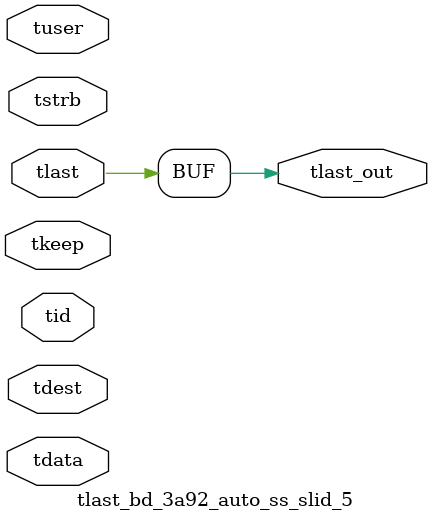
<source format=v>


`timescale 1ps/1ps

module tlast_bd_3a92_auto_ss_slid_5 #
(
parameter C_S_AXIS_TID_WIDTH   = 1,
parameter C_S_AXIS_TUSER_WIDTH = 0,
parameter C_S_AXIS_TDATA_WIDTH = 0,
parameter C_S_AXIS_TDEST_WIDTH = 0
)
(
input  [(C_S_AXIS_TID_WIDTH   == 0 ? 1 : C_S_AXIS_TID_WIDTH)-1:0       ] tid,
input  [(C_S_AXIS_TDATA_WIDTH == 0 ? 1 : C_S_AXIS_TDATA_WIDTH)-1:0     ] tdata,
input  [(C_S_AXIS_TUSER_WIDTH == 0 ? 1 : C_S_AXIS_TUSER_WIDTH)-1:0     ] tuser,
input  [(C_S_AXIS_TDEST_WIDTH == 0 ? 1 : C_S_AXIS_TDEST_WIDTH)-1:0     ] tdest,
input  [(C_S_AXIS_TDATA_WIDTH/8)-1:0 ] tkeep,
input  [(C_S_AXIS_TDATA_WIDTH/8)-1:0 ] tstrb,
input  [0:0]                                                             tlast,
output                                                                   tlast_out
);

assign tlast_out = {tlast};

endmodule


</source>
